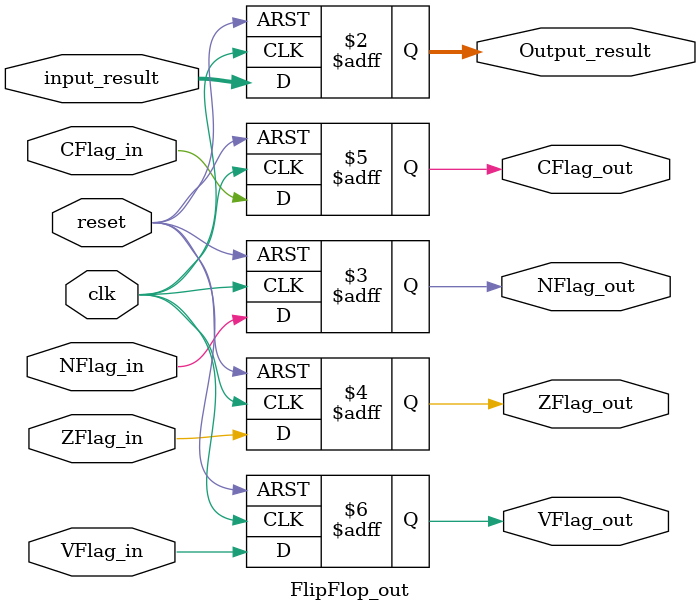
<source format=sv>
module FlipFlop_out

                #(parameter N=2)
               (input logic clk,        // Entrada del reloj
                input logic reset,      // Entrada de reset
					 input logic [2*N-1:0] input_result,
					 input logic NFlag_in,
					 input logic ZFlag_in,
					 input logic CFlag_in,
					 input logic VFlag_in,
					 output logic [2*N-1:0] Output_result,
					 output logic NFlag_out,
					 output logic ZFlag_out,
					 output logic CFlag_out,
					 output logic VFlag_out);        // Salida de datos

    always_ff @(posedge clk or posedge reset) begin
        if (reset) begin
            Output_result <= 1'b0;       // Si hay un reset, establece la salida en 0
				NFlag_out <= 1'b0;
				ZFlag_out <= 1'b0;
				CFlag_out <= 1'b0;
				VFlag_out <= 1'b0;
				
				
        end else begin
				Output_result <= input_result;
				NFlag_out <= NFlag_in;
				ZFlag_out <= ZFlag_in;
				CFlag_out <= CFlag_in;
				VFlag_out <= VFlag_in;
        end
    end

endmodule
</source>
